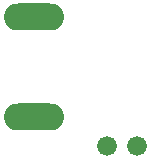
<source format=gbr>
%TF.GenerationSoftware,KiCad,Pcbnew,7.0.10-7.0.10~ubuntu22.04.1*%
%TF.CreationDate,2024-02-11T17:22:47-08:00*%
%TF.ProjectId,button_adapter,62757474-6f6e-45f6-9164-61707465722e,rev?*%
%TF.SameCoordinates,Original*%
%TF.FileFunction,Copper,L2,Bot*%
%TF.FilePolarity,Positive*%
%FSLAX46Y46*%
G04 Gerber Fmt 4.6, Leading zero omitted, Abs format (unit mm)*
G04 Created by KiCad (PCBNEW 7.0.10-7.0.10~ubuntu22.04.1) date 2024-02-11 17:22:47*
%MOMM*%
%LPD*%
G01*
G04 APERTURE LIST*
%TA.AperFunction,ComponentPad*%
%ADD10C,1.676400*%
%TD*%
%TA.AperFunction,ComponentPad*%
%ADD11O,5.080000X2.286000*%
%TD*%
G04 APERTURE END LIST*
D10*
%TO.P,J2,1,Pin_1*%
%TO.N,Net-(J1-Pin_1)*%
X172745400Y-113284000D03*
%TO.P,J2,2,Pin_2*%
%TO.N,Net-(J1-Pin_2)*%
X175285400Y-113284000D03*
%TD*%
D11*
%TO.P,J1,1,Pin_1*%
%TO.N,Net-(J1-Pin_1)*%
X166522400Y-110845600D03*
%TO.P,J1,2,Pin_2*%
%TO.N,Net-(J1-Pin_2)*%
X166522400Y-102362000D03*
%TD*%
M02*

</source>
